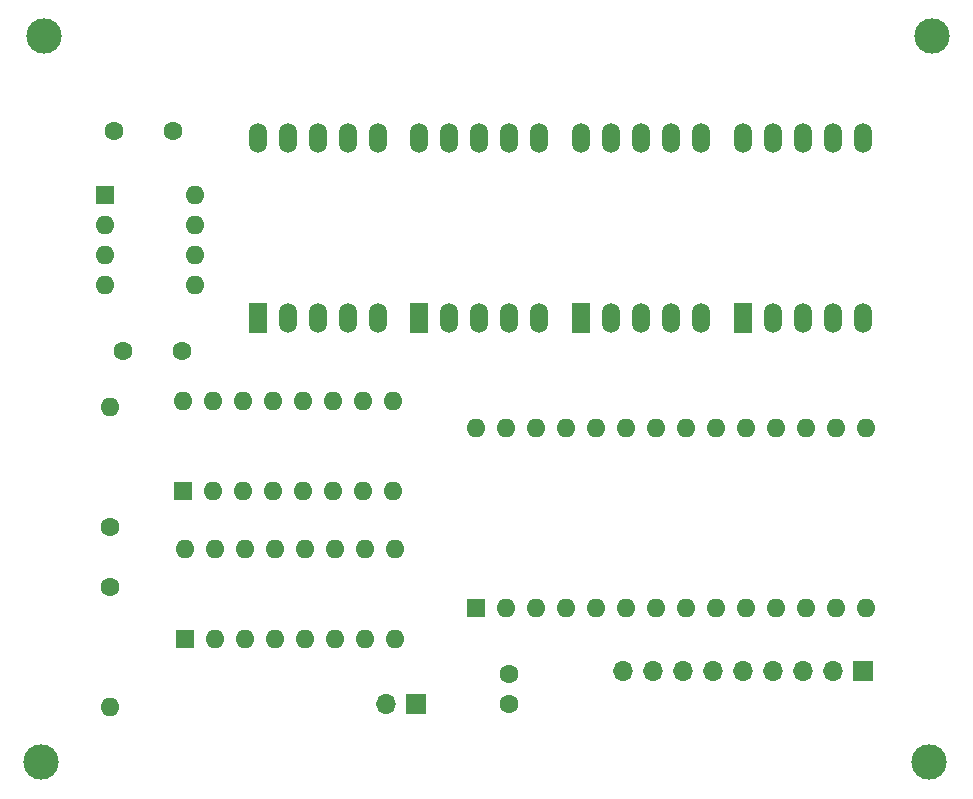
<source format=gbr>
%TF.GenerationSoftware,KiCad,Pcbnew,(5.1.9-0-10_14)*%
%TF.CreationDate,2021-04-19T11:13:06-04:00*%
%TF.ProjectId,DISPLAY,44495350-4c41-4592-9e6b-696361645f70,rev?*%
%TF.SameCoordinates,Original*%
%TF.FileFunction,Soldermask,Top*%
%TF.FilePolarity,Negative*%
%FSLAX46Y46*%
G04 Gerber Fmt 4.6, Leading zero omitted, Abs format (unit mm)*
G04 Created by KiCad (PCBNEW (5.1.9-0-10_14)) date 2021-04-19 11:13:06*
%MOMM*%
%LPD*%
G01*
G04 APERTURE LIST*
%ADD10O,1.700000X1.700000*%
%ADD11R,1.700000X1.700000*%
%ADD12C,3.000000*%
%ADD13O,1.600000X1.600000*%
%ADD14R,1.600000X1.600000*%
%ADD15R,1.524000X2.524000*%
%ADD16O,1.524000X2.524000*%
%ADD17C,1.600000*%
G04 APERTURE END LIST*
D10*
%TO.C,J1*%
X201549000Y-108331000D03*
X204089000Y-108331000D03*
X206629000Y-108331000D03*
X209169000Y-108331000D03*
X211709000Y-108331000D03*
X214249000Y-108331000D03*
X216789000Y-108331000D03*
X219329000Y-108331000D03*
D11*
X221869000Y-108331000D03*
%TD*%
D12*
%TO.C,REF\u002A\u002A*%
X152527000Y-54610000D03*
%TD*%
%TO.C,REF\u002A\u002A*%
X152273000Y-116078000D03*
%TD*%
%TO.C,REF\u002A\u002A*%
X227457000Y-116078000D03*
%TD*%
%TO.C,REF\u002A\u002A*%
X227711000Y-54610000D03*
%TD*%
D13*
%TO.C,U1*%
X165354000Y-68072000D03*
X157734000Y-75692000D03*
X165354000Y-70612000D03*
X157734000Y-73152000D03*
X165354000Y-73152000D03*
X157734000Y-70612000D03*
X165354000Y-75692000D03*
D14*
X157734000Y-68072000D03*
%TD*%
D15*
%TO.C,U10*%
X211709000Y-78486000D03*
D16*
X214249000Y-78486000D03*
X216789000Y-78486000D03*
X219329000Y-78486000D03*
X221869000Y-78486000D03*
X221869000Y-63246000D03*
X219329000Y-63246000D03*
X216789000Y-63246000D03*
X214249000Y-63246000D03*
X211709000Y-63246000D03*
%TD*%
D13*
%TO.C,U9*%
X189103000Y-87757000D03*
X222123000Y-102997000D03*
X191643000Y-87757000D03*
X219583000Y-102997000D03*
X194183000Y-87757000D03*
X217043000Y-102997000D03*
X196723000Y-87757000D03*
X214503000Y-102997000D03*
X199263000Y-87757000D03*
X211963000Y-102997000D03*
X201803000Y-87757000D03*
X209423000Y-102997000D03*
X204343000Y-87757000D03*
X206883000Y-102997000D03*
X206883000Y-87757000D03*
X204343000Y-102997000D03*
X209423000Y-87757000D03*
X201803000Y-102997000D03*
X211963000Y-87757000D03*
X199263000Y-102997000D03*
X214503000Y-87757000D03*
X196723000Y-102997000D03*
X217043000Y-87757000D03*
X194183000Y-102997000D03*
X219583000Y-87757000D03*
X191643000Y-102997000D03*
X222123000Y-87757000D03*
D14*
X189103000Y-102997000D03*
%TD*%
D15*
%TO.C,U8*%
X197993000Y-78486000D03*
D16*
X200533000Y-78486000D03*
X203073000Y-78486000D03*
X205613000Y-78486000D03*
X208153000Y-78486000D03*
X208153000Y-63246000D03*
X205613000Y-63246000D03*
X203073000Y-63246000D03*
X200533000Y-63246000D03*
X197993000Y-63246000D03*
%TD*%
D15*
%TO.C,U7*%
X184277000Y-78486000D03*
D16*
X186817000Y-78486000D03*
X189357000Y-78486000D03*
X191897000Y-78486000D03*
X194437000Y-78486000D03*
X194437000Y-63246000D03*
X191897000Y-63246000D03*
X189357000Y-63246000D03*
X186817000Y-63246000D03*
X184277000Y-63246000D03*
%TD*%
D15*
%TO.C,U6*%
X170688000Y-78486000D03*
D16*
X173228000Y-78486000D03*
X175768000Y-78486000D03*
X178308000Y-78486000D03*
X180848000Y-78486000D03*
X180848000Y-63246000D03*
X178308000Y-63246000D03*
X175768000Y-63246000D03*
X173228000Y-63246000D03*
X170688000Y-63246000D03*
%TD*%
D13*
%TO.C,U4*%
X164338000Y-85471000D03*
X182118000Y-93091000D03*
X166878000Y-85471000D03*
X179578000Y-93091000D03*
X169418000Y-85471000D03*
X177038000Y-93091000D03*
X171958000Y-85471000D03*
X174498000Y-93091000D03*
X174498000Y-85471000D03*
X171958000Y-93091000D03*
X177038000Y-85471000D03*
X169418000Y-93091000D03*
X179578000Y-85471000D03*
X166878000Y-93091000D03*
X182118000Y-85471000D03*
D14*
X164338000Y-93091000D03*
%TD*%
D13*
%TO.C,U2*%
X164465000Y-98044000D03*
X182245000Y-105664000D03*
X167005000Y-98044000D03*
X179705000Y-105664000D03*
X169545000Y-98044000D03*
X177165000Y-105664000D03*
X172085000Y-98044000D03*
X174625000Y-105664000D03*
X174625000Y-98044000D03*
X172085000Y-105664000D03*
X177165000Y-98044000D03*
X169545000Y-105664000D03*
X179705000Y-98044000D03*
X167005000Y-105664000D03*
X182245000Y-98044000D03*
D14*
X164465000Y-105664000D03*
%TD*%
D13*
%TO.C,R2*%
X158115000Y-111379000D03*
D17*
X158115000Y-101219000D03*
%TD*%
D13*
%TO.C,R1*%
X158115000Y-85979000D03*
D17*
X158115000Y-96139000D03*
%TD*%
D10*
%TO.C,J16*%
X181483000Y-111125000D03*
D11*
X184023000Y-111125000D03*
%TD*%
D17*
%TO.C,C16*%
X191897000Y-108625000D03*
X191897000Y-111125000D03*
%TD*%
%TO.C,C2*%
X159211000Y-81280000D03*
X164211000Y-81280000D03*
%TD*%
%TO.C,C1*%
X163496000Y-62611000D03*
X158496000Y-62611000D03*
%TD*%
M02*

</source>
